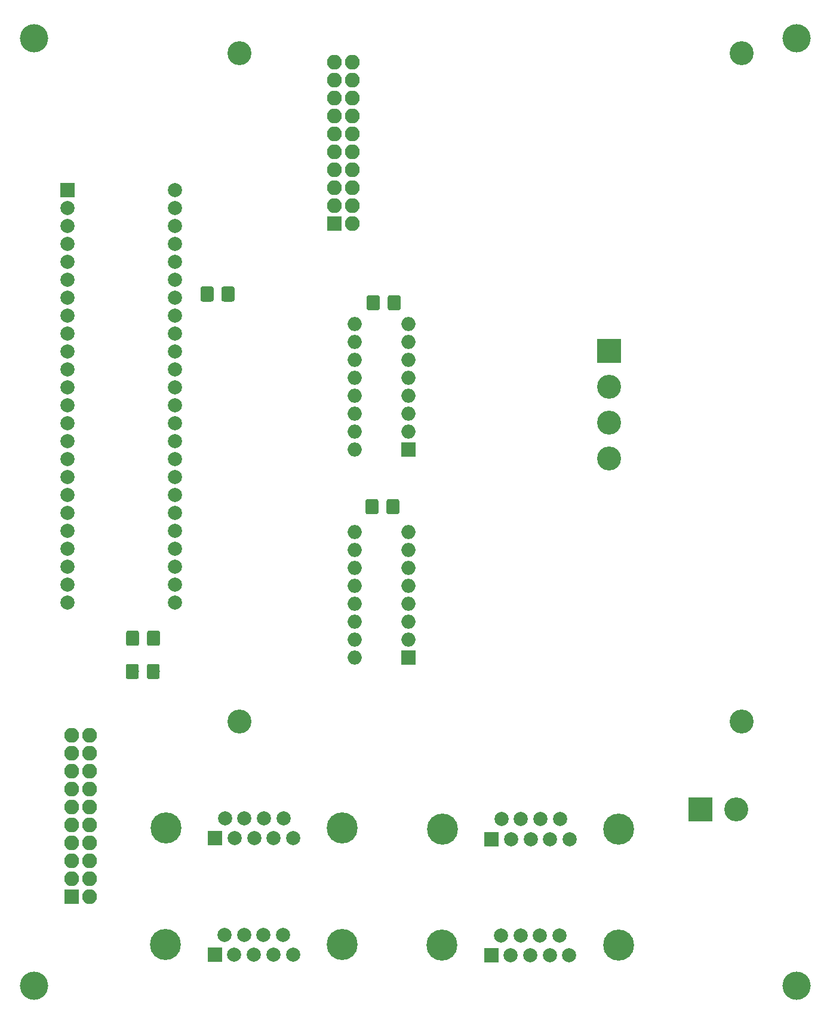
<source format=gbr>
G04 #@! TF.GenerationSoftware,KiCad,Pcbnew,(5.0.0)*
G04 #@! TF.CreationDate,2019-03-26T18:25:38-05:00*
G04 #@! TF.ProjectId,PlayerPiano,506C617965725069616E6F2E6B696361,rev?*
G04 #@! TF.SameCoordinates,Original*
G04 #@! TF.FileFunction,Soldermask,Top*
G04 #@! TF.FilePolarity,Negative*
%FSLAX46Y46*%
G04 Gerber Fmt 4.6, Leading zero omitted, Abs format (unit mm)*
G04 Created by KiCad (PCBNEW (5.0.0)) date 03/26/19 18:25:38*
%MOMM*%
%LPD*%
G01*
G04 APERTURE LIST*
%ADD10C,4.000000*%
%ADD11C,3.400000*%
%ADD12R,2.100000X2.100000*%
%ADD13O,2.100000X2.100000*%
%ADD14C,2.000000*%
%ADD15R,2.000000X2.000000*%
%ADD16C,0.100000*%
%ADD17C,1.825000*%
%ADD18C,4.400000*%
%ADD19O,2.000000X2.000000*%
%ADD20R,3.400000X3.400000*%
G04 APERTURE END LIST*
D10*
G04 #@! TO.C,_*
X276600000Y-209040000D03*
G04 #@! TD*
G04 #@! TO.C,_*
X168500000Y-209040000D03*
G04 #@! TD*
G04 #@! TO.C,_*
X276600000Y-74910000D03*
G04 #@! TD*
G04 #@! TO.C,_*
X168500000Y-74910000D03*
G04 #@! TD*
D11*
G04 #@! TO.C,_*
X197662947Y-77014749D03*
G04 #@! TD*
G04 #@! TO.C,_*
X268862947Y-77014749D03*
G04 #@! TD*
G04 #@! TO.C,_*
X268862947Y-171614749D03*
G04 #@! TD*
D12*
G04 #@! TO.C,J5*
X211097947Y-101139749D03*
D13*
X213637947Y-101139749D03*
X211097947Y-98599749D03*
X213637947Y-98599749D03*
X211097947Y-96059749D03*
X213637947Y-96059749D03*
X211097947Y-93519749D03*
X213637947Y-93519749D03*
X211097947Y-90979749D03*
X213637947Y-90979749D03*
X211097947Y-88439749D03*
X213637947Y-88439749D03*
X211097947Y-85899749D03*
X213637947Y-85899749D03*
X211097947Y-83359749D03*
X213637947Y-83359749D03*
X211097947Y-80819749D03*
X213637947Y-80819749D03*
X211097947Y-78279749D03*
X213637947Y-78279749D03*
G04 #@! TD*
D14*
G04 #@! TO.C,U3*
X188470000Y-96350000D03*
X188470000Y-98890000D03*
X188470000Y-101430000D03*
X188470000Y-103970000D03*
X188470000Y-106510000D03*
X188470000Y-109050000D03*
X188470000Y-111590000D03*
X188470000Y-114130000D03*
X188470000Y-116670000D03*
X188470000Y-119210000D03*
X188470000Y-121750000D03*
X188470000Y-124290000D03*
X188470000Y-126830000D03*
X188470000Y-129370000D03*
X188470000Y-131910000D03*
X188470000Y-134450000D03*
D15*
X173230000Y-96350000D03*
D14*
X173230000Y-98890000D03*
X173230000Y-101430000D03*
X173230000Y-103970000D03*
X173230000Y-106510000D03*
X173230000Y-109050000D03*
X173230000Y-111590000D03*
X173230000Y-114130000D03*
X173230000Y-116670000D03*
X173230000Y-119210000D03*
X173230000Y-121750000D03*
X173230000Y-124290000D03*
X173230000Y-126830000D03*
X188470000Y-136990000D03*
X188470000Y-139530000D03*
X188470000Y-142070000D03*
X188470000Y-144610000D03*
X188470000Y-147150000D03*
X188470000Y-149690000D03*
X188470000Y-152230000D03*
X188470000Y-154770000D03*
X173230000Y-154770000D03*
X173230000Y-152230000D03*
X173230000Y-149690000D03*
X173230000Y-147150000D03*
X173230000Y-129370000D03*
X173230000Y-131910000D03*
X173230000Y-134450000D03*
X173230000Y-144610000D03*
X173230000Y-142070000D03*
X173230000Y-139530000D03*
X173230000Y-136990000D03*
G04 #@! TD*
D16*
G04 #@! TO.C,C1*
G36*
X217236207Y-111256542D02*
X217267287Y-111261152D01*
X217297766Y-111268787D01*
X217327350Y-111279372D01*
X217355754Y-111292806D01*
X217382704Y-111308959D01*
X217407942Y-111327677D01*
X217431223Y-111348777D01*
X217452323Y-111372058D01*
X217471041Y-111397296D01*
X217487194Y-111424246D01*
X217500628Y-111452650D01*
X217511213Y-111482234D01*
X217518848Y-111512713D01*
X217523458Y-111543793D01*
X217525000Y-111575176D01*
X217525000Y-113084824D01*
X217523458Y-113116207D01*
X217518848Y-113147287D01*
X217511213Y-113177766D01*
X217500628Y-113207350D01*
X217487194Y-113235754D01*
X217471041Y-113262704D01*
X217452323Y-113287942D01*
X217431223Y-113311223D01*
X217407942Y-113332323D01*
X217382704Y-113351041D01*
X217355754Y-113367194D01*
X217327350Y-113380628D01*
X217297766Y-113391213D01*
X217267287Y-113398848D01*
X217236207Y-113403458D01*
X217204824Y-113405000D01*
X216020176Y-113405000D01*
X215988793Y-113403458D01*
X215957713Y-113398848D01*
X215927234Y-113391213D01*
X215897650Y-113380628D01*
X215869246Y-113367194D01*
X215842296Y-113351041D01*
X215817058Y-113332323D01*
X215793777Y-113311223D01*
X215772677Y-113287942D01*
X215753959Y-113262704D01*
X215737806Y-113235754D01*
X215724372Y-113207350D01*
X215713787Y-113177766D01*
X215706152Y-113147287D01*
X215701542Y-113116207D01*
X215700000Y-113084824D01*
X215700000Y-111575176D01*
X215701542Y-111543793D01*
X215706152Y-111512713D01*
X215713787Y-111482234D01*
X215724372Y-111452650D01*
X215737806Y-111424246D01*
X215753959Y-111397296D01*
X215772677Y-111372058D01*
X215793777Y-111348777D01*
X215817058Y-111327677D01*
X215842296Y-111308959D01*
X215869246Y-111292806D01*
X215897650Y-111279372D01*
X215927234Y-111268787D01*
X215957713Y-111261152D01*
X215988793Y-111256542D01*
X216020176Y-111255000D01*
X217204824Y-111255000D01*
X217236207Y-111256542D01*
X217236207Y-111256542D01*
G37*
D17*
X216612500Y-112330000D03*
D16*
G36*
X220211207Y-111256542D02*
X220242287Y-111261152D01*
X220272766Y-111268787D01*
X220302350Y-111279372D01*
X220330754Y-111292806D01*
X220357704Y-111308959D01*
X220382942Y-111327677D01*
X220406223Y-111348777D01*
X220427323Y-111372058D01*
X220446041Y-111397296D01*
X220462194Y-111424246D01*
X220475628Y-111452650D01*
X220486213Y-111482234D01*
X220493848Y-111512713D01*
X220498458Y-111543793D01*
X220500000Y-111575176D01*
X220500000Y-113084824D01*
X220498458Y-113116207D01*
X220493848Y-113147287D01*
X220486213Y-113177766D01*
X220475628Y-113207350D01*
X220462194Y-113235754D01*
X220446041Y-113262704D01*
X220427323Y-113287942D01*
X220406223Y-113311223D01*
X220382942Y-113332323D01*
X220357704Y-113351041D01*
X220330754Y-113367194D01*
X220302350Y-113380628D01*
X220272766Y-113391213D01*
X220242287Y-113398848D01*
X220211207Y-113403458D01*
X220179824Y-113405000D01*
X218995176Y-113405000D01*
X218963793Y-113403458D01*
X218932713Y-113398848D01*
X218902234Y-113391213D01*
X218872650Y-113380628D01*
X218844246Y-113367194D01*
X218817296Y-113351041D01*
X218792058Y-113332323D01*
X218768777Y-113311223D01*
X218747677Y-113287942D01*
X218728959Y-113262704D01*
X218712806Y-113235754D01*
X218699372Y-113207350D01*
X218688787Y-113177766D01*
X218681152Y-113147287D01*
X218676542Y-113116207D01*
X218675000Y-113084824D01*
X218675000Y-111575176D01*
X218676542Y-111543793D01*
X218681152Y-111512713D01*
X218688787Y-111482234D01*
X218699372Y-111452650D01*
X218712806Y-111424246D01*
X218728959Y-111397296D01*
X218747677Y-111372058D01*
X218768777Y-111348777D01*
X218792058Y-111327677D01*
X218817296Y-111308959D01*
X218844246Y-111292806D01*
X218872650Y-111279372D01*
X218902234Y-111268787D01*
X218932713Y-111261152D01*
X218963793Y-111256542D01*
X218995176Y-111255000D01*
X220179824Y-111255000D01*
X220211207Y-111256542D01*
X220211207Y-111256542D01*
G37*
D17*
X219587500Y-112330000D03*
G04 #@! TD*
D16*
G04 #@! TO.C,C12*
G36*
X220031207Y-140146542D02*
X220062287Y-140151152D01*
X220092766Y-140158787D01*
X220122350Y-140169372D01*
X220150754Y-140182806D01*
X220177704Y-140198959D01*
X220202942Y-140217677D01*
X220226223Y-140238777D01*
X220247323Y-140262058D01*
X220266041Y-140287296D01*
X220282194Y-140314246D01*
X220295628Y-140342650D01*
X220306213Y-140372234D01*
X220313848Y-140402713D01*
X220318458Y-140433793D01*
X220320000Y-140465176D01*
X220320000Y-141974824D01*
X220318458Y-142006207D01*
X220313848Y-142037287D01*
X220306213Y-142067766D01*
X220295628Y-142097350D01*
X220282194Y-142125754D01*
X220266041Y-142152704D01*
X220247323Y-142177942D01*
X220226223Y-142201223D01*
X220202942Y-142222323D01*
X220177704Y-142241041D01*
X220150754Y-142257194D01*
X220122350Y-142270628D01*
X220092766Y-142281213D01*
X220062287Y-142288848D01*
X220031207Y-142293458D01*
X219999824Y-142295000D01*
X218815176Y-142295000D01*
X218783793Y-142293458D01*
X218752713Y-142288848D01*
X218722234Y-142281213D01*
X218692650Y-142270628D01*
X218664246Y-142257194D01*
X218637296Y-142241041D01*
X218612058Y-142222323D01*
X218588777Y-142201223D01*
X218567677Y-142177942D01*
X218548959Y-142152704D01*
X218532806Y-142125754D01*
X218519372Y-142097350D01*
X218508787Y-142067766D01*
X218501152Y-142037287D01*
X218496542Y-142006207D01*
X218495000Y-141974824D01*
X218495000Y-140465176D01*
X218496542Y-140433793D01*
X218501152Y-140402713D01*
X218508787Y-140372234D01*
X218519372Y-140342650D01*
X218532806Y-140314246D01*
X218548959Y-140287296D01*
X218567677Y-140262058D01*
X218588777Y-140238777D01*
X218612058Y-140217677D01*
X218637296Y-140198959D01*
X218664246Y-140182806D01*
X218692650Y-140169372D01*
X218722234Y-140158787D01*
X218752713Y-140151152D01*
X218783793Y-140146542D01*
X218815176Y-140145000D01*
X219999824Y-140145000D01*
X220031207Y-140146542D01*
X220031207Y-140146542D01*
G37*
D17*
X219407500Y-141220000D03*
D16*
G36*
X217056207Y-140146542D02*
X217087287Y-140151152D01*
X217117766Y-140158787D01*
X217147350Y-140169372D01*
X217175754Y-140182806D01*
X217202704Y-140198959D01*
X217227942Y-140217677D01*
X217251223Y-140238777D01*
X217272323Y-140262058D01*
X217291041Y-140287296D01*
X217307194Y-140314246D01*
X217320628Y-140342650D01*
X217331213Y-140372234D01*
X217338848Y-140402713D01*
X217343458Y-140433793D01*
X217345000Y-140465176D01*
X217345000Y-141974824D01*
X217343458Y-142006207D01*
X217338848Y-142037287D01*
X217331213Y-142067766D01*
X217320628Y-142097350D01*
X217307194Y-142125754D01*
X217291041Y-142152704D01*
X217272323Y-142177942D01*
X217251223Y-142201223D01*
X217227942Y-142222323D01*
X217202704Y-142241041D01*
X217175754Y-142257194D01*
X217147350Y-142270628D01*
X217117766Y-142281213D01*
X217087287Y-142288848D01*
X217056207Y-142293458D01*
X217024824Y-142295000D01*
X215840176Y-142295000D01*
X215808793Y-142293458D01*
X215777713Y-142288848D01*
X215747234Y-142281213D01*
X215717650Y-142270628D01*
X215689246Y-142257194D01*
X215662296Y-142241041D01*
X215637058Y-142222323D01*
X215613777Y-142201223D01*
X215592677Y-142177942D01*
X215573959Y-142152704D01*
X215557806Y-142125754D01*
X215544372Y-142097350D01*
X215533787Y-142067766D01*
X215526152Y-142037287D01*
X215521542Y-142006207D01*
X215520000Y-141974824D01*
X215520000Y-140465176D01*
X215521542Y-140433793D01*
X215526152Y-140402713D01*
X215533787Y-140372234D01*
X215544372Y-140342650D01*
X215557806Y-140314246D01*
X215573959Y-140287296D01*
X215592677Y-140262058D01*
X215613777Y-140238777D01*
X215637058Y-140217677D01*
X215662296Y-140198959D01*
X215689246Y-140182806D01*
X215717650Y-140169372D01*
X215747234Y-140158787D01*
X215777713Y-140151152D01*
X215808793Y-140146542D01*
X215840176Y-140145000D01*
X217024824Y-140145000D01*
X217056207Y-140146542D01*
X217056207Y-140146542D01*
G37*
D17*
X216432500Y-141220000D03*
G04 #@! TD*
D16*
G04 #@! TO.C,R1*
G36*
X186051207Y-163486542D02*
X186082287Y-163491152D01*
X186112766Y-163498787D01*
X186142350Y-163509372D01*
X186170754Y-163522806D01*
X186197704Y-163538959D01*
X186222942Y-163557677D01*
X186246223Y-163578777D01*
X186267323Y-163602058D01*
X186286041Y-163627296D01*
X186302194Y-163654246D01*
X186315628Y-163682650D01*
X186326213Y-163712234D01*
X186333848Y-163742713D01*
X186338458Y-163773793D01*
X186340000Y-163805176D01*
X186340000Y-165314824D01*
X186338458Y-165346207D01*
X186333848Y-165377287D01*
X186326213Y-165407766D01*
X186315628Y-165437350D01*
X186302194Y-165465754D01*
X186286041Y-165492704D01*
X186267323Y-165517942D01*
X186246223Y-165541223D01*
X186222942Y-165562323D01*
X186197704Y-165581041D01*
X186170754Y-165597194D01*
X186142350Y-165610628D01*
X186112766Y-165621213D01*
X186082287Y-165628848D01*
X186051207Y-165633458D01*
X186019824Y-165635000D01*
X184835176Y-165635000D01*
X184803793Y-165633458D01*
X184772713Y-165628848D01*
X184742234Y-165621213D01*
X184712650Y-165610628D01*
X184684246Y-165597194D01*
X184657296Y-165581041D01*
X184632058Y-165562323D01*
X184608777Y-165541223D01*
X184587677Y-165517942D01*
X184568959Y-165492704D01*
X184552806Y-165465754D01*
X184539372Y-165437350D01*
X184528787Y-165407766D01*
X184521152Y-165377287D01*
X184516542Y-165346207D01*
X184515000Y-165314824D01*
X184515000Y-163805176D01*
X184516542Y-163773793D01*
X184521152Y-163742713D01*
X184528787Y-163712234D01*
X184539372Y-163682650D01*
X184552806Y-163654246D01*
X184568959Y-163627296D01*
X184587677Y-163602058D01*
X184608777Y-163578777D01*
X184632058Y-163557677D01*
X184657296Y-163538959D01*
X184684246Y-163522806D01*
X184712650Y-163509372D01*
X184742234Y-163498787D01*
X184772713Y-163491152D01*
X184803793Y-163486542D01*
X184835176Y-163485000D01*
X186019824Y-163485000D01*
X186051207Y-163486542D01*
X186051207Y-163486542D01*
G37*
D17*
X185427500Y-164560000D03*
D16*
G36*
X183076207Y-163486542D02*
X183107287Y-163491152D01*
X183137766Y-163498787D01*
X183167350Y-163509372D01*
X183195754Y-163522806D01*
X183222704Y-163538959D01*
X183247942Y-163557677D01*
X183271223Y-163578777D01*
X183292323Y-163602058D01*
X183311041Y-163627296D01*
X183327194Y-163654246D01*
X183340628Y-163682650D01*
X183351213Y-163712234D01*
X183358848Y-163742713D01*
X183363458Y-163773793D01*
X183365000Y-163805176D01*
X183365000Y-165314824D01*
X183363458Y-165346207D01*
X183358848Y-165377287D01*
X183351213Y-165407766D01*
X183340628Y-165437350D01*
X183327194Y-165465754D01*
X183311041Y-165492704D01*
X183292323Y-165517942D01*
X183271223Y-165541223D01*
X183247942Y-165562323D01*
X183222704Y-165581041D01*
X183195754Y-165597194D01*
X183167350Y-165610628D01*
X183137766Y-165621213D01*
X183107287Y-165628848D01*
X183076207Y-165633458D01*
X183044824Y-165635000D01*
X181860176Y-165635000D01*
X181828793Y-165633458D01*
X181797713Y-165628848D01*
X181767234Y-165621213D01*
X181737650Y-165610628D01*
X181709246Y-165597194D01*
X181682296Y-165581041D01*
X181657058Y-165562323D01*
X181633777Y-165541223D01*
X181612677Y-165517942D01*
X181593959Y-165492704D01*
X181577806Y-165465754D01*
X181564372Y-165437350D01*
X181553787Y-165407766D01*
X181546152Y-165377287D01*
X181541542Y-165346207D01*
X181540000Y-165314824D01*
X181540000Y-163805176D01*
X181541542Y-163773793D01*
X181546152Y-163742713D01*
X181553787Y-163712234D01*
X181564372Y-163682650D01*
X181577806Y-163654246D01*
X181593959Y-163627296D01*
X181612677Y-163602058D01*
X181633777Y-163578777D01*
X181657058Y-163557677D01*
X181682296Y-163538959D01*
X181709246Y-163522806D01*
X181737650Y-163509372D01*
X181767234Y-163498787D01*
X181797713Y-163491152D01*
X181828793Y-163486542D01*
X181860176Y-163485000D01*
X183044824Y-163485000D01*
X183076207Y-163486542D01*
X183076207Y-163486542D01*
G37*
D17*
X182452500Y-164560000D03*
G04 #@! TD*
D16*
G04 #@! TO.C,R2*
G36*
X183116207Y-158786542D02*
X183147287Y-158791152D01*
X183177766Y-158798787D01*
X183207350Y-158809372D01*
X183235754Y-158822806D01*
X183262704Y-158838959D01*
X183287942Y-158857677D01*
X183311223Y-158878777D01*
X183332323Y-158902058D01*
X183351041Y-158927296D01*
X183367194Y-158954246D01*
X183380628Y-158982650D01*
X183391213Y-159012234D01*
X183398848Y-159042713D01*
X183403458Y-159073793D01*
X183405000Y-159105176D01*
X183405000Y-160614824D01*
X183403458Y-160646207D01*
X183398848Y-160677287D01*
X183391213Y-160707766D01*
X183380628Y-160737350D01*
X183367194Y-160765754D01*
X183351041Y-160792704D01*
X183332323Y-160817942D01*
X183311223Y-160841223D01*
X183287942Y-160862323D01*
X183262704Y-160881041D01*
X183235754Y-160897194D01*
X183207350Y-160910628D01*
X183177766Y-160921213D01*
X183147287Y-160928848D01*
X183116207Y-160933458D01*
X183084824Y-160935000D01*
X181900176Y-160935000D01*
X181868793Y-160933458D01*
X181837713Y-160928848D01*
X181807234Y-160921213D01*
X181777650Y-160910628D01*
X181749246Y-160897194D01*
X181722296Y-160881041D01*
X181697058Y-160862323D01*
X181673777Y-160841223D01*
X181652677Y-160817942D01*
X181633959Y-160792704D01*
X181617806Y-160765754D01*
X181604372Y-160737350D01*
X181593787Y-160707766D01*
X181586152Y-160677287D01*
X181581542Y-160646207D01*
X181580000Y-160614824D01*
X181580000Y-159105176D01*
X181581542Y-159073793D01*
X181586152Y-159042713D01*
X181593787Y-159012234D01*
X181604372Y-158982650D01*
X181617806Y-158954246D01*
X181633959Y-158927296D01*
X181652677Y-158902058D01*
X181673777Y-158878777D01*
X181697058Y-158857677D01*
X181722296Y-158838959D01*
X181749246Y-158822806D01*
X181777650Y-158809372D01*
X181807234Y-158798787D01*
X181837713Y-158791152D01*
X181868793Y-158786542D01*
X181900176Y-158785000D01*
X183084824Y-158785000D01*
X183116207Y-158786542D01*
X183116207Y-158786542D01*
G37*
D17*
X182492500Y-159860000D03*
D16*
G36*
X186091207Y-158786542D02*
X186122287Y-158791152D01*
X186152766Y-158798787D01*
X186182350Y-158809372D01*
X186210754Y-158822806D01*
X186237704Y-158838959D01*
X186262942Y-158857677D01*
X186286223Y-158878777D01*
X186307323Y-158902058D01*
X186326041Y-158927296D01*
X186342194Y-158954246D01*
X186355628Y-158982650D01*
X186366213Y-159012234D01*
X186373848Y-159042713D01*
X186378458Y-159073793D01*
X186380000Y-159105176D01*
X186380000Y-160614824D01*
X186378458Y-160646207D01*
X186373848Y-160677287D01*
X186366213Y-160707766D01*
X186355628Y-160737350D01*
X186342194Y-160765754D01*
X186326041Y-160792704D01*
X186307323Y-160817942D01*
X186286223Y-160841223D01*
X186262942Y-160862323D01*
X186237704Y-160881041D01*
X186210754Y-160897194D01*
X186182350Y-160910628D01*
X186152766Y-160921213D01*
X186122287Y-160928848D01*
X186091207Y-160933458D01*
X186059824Y-160935000D01*
X184875176Y-160935000D01*
X184843793Y-160933458D01*
X184812713Y-160928848D01*
X184782234Y-160921213D01*
X184752650Y-160910628D01*
X184724246Y-160897194D01*
X184697296Y-160881041D01*
X184672058Y-160862323D01*
X184648777Y-160841223D01*
X184627677Y-160817942D01*
X184608959Y-160792704D01*
X184592806Y-160765754D01*
X184579372Y-160737350D01*
X184568787Y-160707766D01*
X184561152Y-160677287D01*
X184556542Y-160646207D01*
X184555000Y-160614824D01*
X184555000Y-159105176D01*
X184556542Y-159073793D01*
X184561152Y-159042713D01*
X184568787Y-159012234D01*
X184579372Y-158982650D01*
X184592806Y-158954246D01*
X184608959Y-158927296D01*
X184627677Y-158902058D01*
X184648777Y-158878777D01*
X184672058Y-158857677D01*
X184697296Y-158838959D01*
X184724246Y-158822806D01*
X184752650Y-158809372D01*
X184782234Y-158798787D01*
X184812713Y-158791152D01*
X184843793Y-158786542D01*
X184875176Y-158785000D01*
X186059824Y-158785000D01*
X186091207Y-158786542D01*
X186091207Y-158786542D01*
G37*
D17*
X185467500Y-159860000D03*
G04 #@! TD*
D15*
G04 #@! TO.C,J6*
X233340000Y-204780000D03*
D14*
X236110000Y-204780000D03*
X238880000Y-204780000D03*
X241650000Y-204780000D03*
X244420000Y-204780000D03*
X234725000Y-201940000D03*
X237495000Y-201940000D03*
X240265000Y-201940000D03*
X243035000Y-201940000D03*
D18*
X251380000Y-203360000D03*
X226380000Y-203360000D03*
G04 #@! TD*
D16*
G04 #@! TO.C,R3*
G36*
X193686207Y-110026542D02*
X193717287Y-110031152D01*
X193747766Y-110038787D01*
X193777350Y-110049372D01*
X193805754Y-110062806D01*
X193832704Y-110078959D01*
X193857942Y-110097677D01*
X193881223Y-110118777D01*
X193902323Y-110142058D01*
X193921041Y-110167296D01*
X193937194Y-110194246D01*
X193950628Y-110222650D01*
X193961213Y-110252234D01*
X193968848Y-110282713D01*
X193973458Y-110313793D01*
X193975000Y-110345176D01*
X193975000Y-111854824D01*
X193973458Y-111886207D01*
X193968848Y-111917287D01*
X193961213Y-111947766D01*
X193950628Y-111977350D01*
X193937194Y-112005754D01*
X193921041Y-112032704D01*
X193902323Y-112057942D01*
X193881223Y-112081223D01*
X193857942Y-112102323D01*
X193832704Y-112121041D01*
X193805754Y-112137194D01*
X193777350Y-112150628D01*
X193747766Y-112161213D01*
X193717287Y-112168848D01*
X193686207Y-112173458D01*
X193654824Y-112175000D01*
X192470176Y-112175000D01*
X192438793Y-112173458D01*
X192407713Y-112168848D01*
X192377234Y-112161213D01*
X192347650Y-112150628D01*
X192319246Y-112137194D01*
X192292296Y-112121041D01*
X192267058Y-112102323D01*
X192243777Y-112081223D01*
X192222677Y-112057942D01*
X192203959Y-112032704D01*
X192187806Y-112005754D01*
X192174372Y-111977350D01*
X192163787Y-111947766D01*
X192156152Y-111917287D01*
X192151542Y-111886207D01*
X192150000Y-111854824D01*
X192150000Y-110345176D01*
X192151542Y-110313793D01*
X192156152Y-110282713D01*
X192163787Y-110252234D01*
X192174372Y-110222650D01*
X192187806Y-110194246D01*
X192203959Y-110167296D01*
X192222677Y-110142058D01*
X192243777Y-110118777D01*
X192267058Y-110097677D01*
X192292296Y-110078959D01*
X192319246Y-110062806D01*
X192347650Y-110049372D01*
X192377234Y-110038787D01*
X192407713Y-110031152D01*
X192438793Y-110026542D01*
X192470176Y-110025000D01*
X193654824Y-110025000D01*
X193686207Y-110026542D01*
X193686207Y-110026542D01*
G37*
D17*
X193062500Y-111100000D03*
D16*
G36*
X196661207Y-110026542D02*
X196692287Y-110031152D01*
X196722766Y-110038787D01*
X196752350Y-110049372D01*
X196780754Y-110062806D01*
X196807704Y-110078959D01*
X196832942Y-110097677D01*
X196856223Y-110118777D01*
X196877323Y-110142058D01*
X196896041Y-110167296D01*
X196912194Y-110194246D01*
X196925628Y-110222650D01*
X196936213Y-110252234D01*
X196943848Y-110282713D01*
X196948458Y-110313793D01*
X196950000Y-110345176D01*
X196950000Y-111854824D01*
X196948458Y-111886207D01*
X196943848Y-111917287D01*
X196936213Y-111947766D01*
X196925628Y-111977350D01*
X196912194Y-112005754D01*
X196896041Y-112032704D01*
X196877323Y-112057942D01*
X196856223Y-112081223D01*
X196832942Y-112102323D01*
X196807704Y-112121041D01*
X196780754Y-112137194D01*
X196752350Y-112150628D01*
X196722766Y-112161213D01*
X196692287Y-112168848D01*
X196661207Y-112173458D01*
X196629824Y-112175000D01*
X195445176Y-112175000D01*
X195413793Y-112173458D01*
X195382713Y-112168848D01*
X195352234Y-112161213D01*
X195322650Y-112150628D01*
X195294246Y-112137194D01*
X195267296Y-112121041D01*
X195242058Y-112102323D01*
X195218777Y-112081223D01*
X195197677Y-112057942D01*
X195178959Y-112032704D01*
X195162806Y-112005754D01*
X195149372Y-111977350D01*
X195138787Y-111947766D01*
X195131152Y-111917287D01*
X195126542Y-111886207D01*
X195125000Y-111854824D01*
X195125000Y-110345176D01*
X195126542Y-110313793D01*
X195131152Y-110282713D01*
X195138787Y-110252234D01*
X195149372Y-110222650D01*
X195162806Y-110194246D01*
X195178959Y-110167296D01*
X195197677Y-110142058D01*
X195218777Y-110118777D01*
X195242058Y-110097677D01*
X195267296Y-110078959D01*
X195294246Y-110062806D01*
X195322650Y-110049372D01*
X195352234Y-110038787D01*
X195382713Y-110031152D01*
X195413793Y-110026542D01*
X195445176Y-110025000D01*
X196629824Y-110025000D01*
X196661207Y-110026542D01*
X196661207Y-110026542D01*
G37*
D17*
X196037500Y-111100000D03*
G04 #@! TD*
D15*
G04 #@! TO.C,J2*
X194200000Y-188170000D03*
D14*
X196970000Y-188170000D03*
X199740000Y-188170000D03*
X202510000Y-188170000D03*
X205280000Y-188170000D03*
X195585000Y-185330000D03*
X198355000Y-185330000D03*
X201125000Y-185330000D03*
X203895000Y-185330000D03*
D18*
X212240000Y-186750000D03*
X187240000Y-186750000D03*
G04 #@! TD*
G04 #@! TO.C,J3*
X187190000Y-203270000D03*
X212190000Y-203270000D03*
D14*
X203845000Y-201850000D03*
X201075000Y-201850000D03*
X198305000Y-201850000D03*
X195535000Y-201850000D03*
X205230000Y-204690000D03*
X202460000Y-204690000D03*
X199690000Y-204690000D03*
X196920000Y-204690000D03*
D15*
X194150000Y-204690000D03*
G04 #@! TD*
G04 #@! TO.C,J4*
X233390000Y-188310000D03*
D14*
X236160000Y-188310000D03*
X238930000Y-188310000D03*
X241700000Y-188310000D03*
X244470000Y-188310000D03*
X234775000Y-185470000D03*
X237545000Y-185470000D03*
X240315000Y-185470000D03*
X243085000Y-185470000D03*
D18*
X251430000Y-186890000D03*
X226430000Y-186890000D03*
G04 #@! TD*
D15*
G04 #@! TO.C,U1*
X221640000Y-162570000D03*
D19*
X214020000Y-144790000D03*
X221640000Y-160030000D03*
X214020000Y-147330000D03*
X221640000Y-157490000D03*
X214020000Y-149870000D03*
X221640000Y-154950000D03*
X214020000Y-152410000D03*
X221640000Y-152410000D03*
X214020000Y-154950000D03*
X221640000Y-149870000D03*
X214020000Y-157490000D03*
X221640000Y-147330000D03*
X214020000Y-160030000D03*
X221640000Y-144790000D03*
X214020000Y-162570000D03*
G04 #@! TD*
G04 #@! TO.C,U2*
X214020000Y-133170000D03*
X221640000Y-115390000D03*
X214020000Y-130630000D03*
X221640000Y-117930000D03*
X214020000Y-128090000D03*
X221640000Y-120470000D03*
X214020000Y-125550000D03*
X221640000Y-123010000D03*
X214020000Y-123010000D03*
X221640000Y-125550000D03*
X214020000Y-120470000D03*
X221640000Y-128090000D03*
X214020000Y-117930000D03*
X221640000Y-130630000D03*
X214020000Y-115390000D03*
D15*
X221640000Y-133170000D03*
G04 #@! TD*
D11*
G04 #@! TO.C,J1*
X250060000Y-124210000D03*
X250060000Y-129290000D03*
D20*
X250060000Y-119130000D03*
D11*
X250060000Y-134370000D03*
G04 #@! TD*
D20*
G04 #@! TO.C,J7*
X262970000Y-184110000D03*
D11*
X268050000Y-184110000D03*
G04 #@! TD*
G04 #@! TO.C,_*
X197662947Y-171614749D03*
G04 #@! TD*
D12*
G04 #@! TO.C,J8*
X173840000Y-196460000D03*
D13*
X176380000Y-196460000D03*
X173840000Y-193920000D03*
X176380000Y-193920000D03*
X173840000Y-191380000D03*
X176380000Y-191380000D03*
X173840000Y-188840000D03*
X176380000Y-188840000D03*
X173840000Y-186300000D03*
X176380000Y-186300000D03*
X173840000Y-183760000D03*
X176380000Y-183760000D03*
X173840000Y-181220000D03*
X176380000Y-181220000D03*
X173840000Y-178680000D03*
X176380000Y-178680000D03*
X173840000Y-176140000D03*
X176380000Y-176140000D03*
X173840000Y-173600000D03*
X176380000Y-173600000D03*
G04 #@! TD*
M02*

</source>
